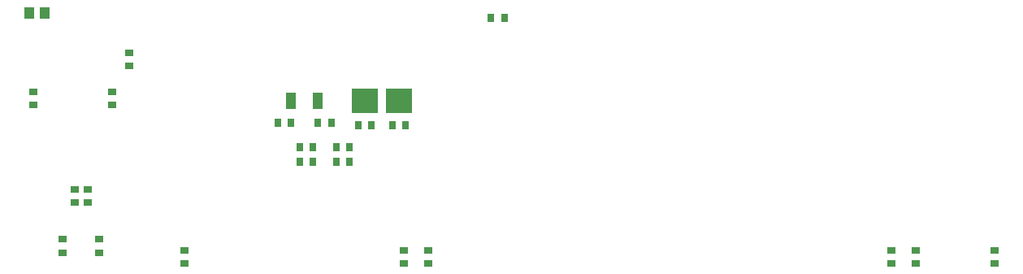
<source format=gbp>
%FSAX43Y43*%
%MOMM*%
G71*
G01*
G75*
G04 Layer_Color=128*
%ADD10R,2.200X2.200*%
%ADD11R,2.032X0.635*%
%ADD12R,1.524X0.508*%
%ADD13R,2.600X8.000*%
%ADD14R,0.800X0.900*%
%ADD15R,1.500X1.700*%
%ADD16R,0.508X1.500*%
%ADD17R,0.900X0.800*%
%ADD18R,0.300X1.200*%
%ADD19R,1.200X0.300*%
%ADD20R,2.540X1.016*%
%ADD21R,1.016X2.540*%
%ADD22R,1.200X1.400*%
%ADD23O,0.600X2.200*%
%ADD24O,0.300X1.800*%
%ADD25O,1.800X0.300*%
%ADD26C,0.508*%
%ADD27C,0.381*%
%ADD28C,0.254*%
%ADD29C,0.635*%
%ADD30C,0.762*%
%ADD31R,1.263X3.045*%
%ADD32R,2.794X2.667*%
%ADD33R,1.725X1.695*%
%ADD34R,2.874X2.980*%
%ADD35R,2.921X2.667*%
%ADD36R,1.270X3.048*%
%ADD37R,3.048X1.270*%
%ADD38R,2.794X3.302*%
%ADD39R,4.826X3.048*%
%ADD40R,3.048X4.826*%
%ADD41R,5.588X5.715*%
%ADD42R,1.143X1.016*%
%ADD43R,1.397X1.270*%
%ADD44R,5.334X5.461*%
%ADD45R,5.207X6.223*%
%ADD46R,1.397X4.445*%
%ADD47R,4.699X5.461*%
%ADD48R,0.353X0.241*%
%ADD49R,3.048X5.080*%
%ADD50R,0.586X1.571*%
%ADD51R,3.937X3.048*%
%ADD52R,4.699X2.413*%
%ADD53R,5.080X4.699*%
%ADD54R,2.032X2.349*%
%ADD55R,2.223X2.547*%
%ADD56R,2.449X2.272*%
%ADD57R,2.921X2.794*%
%ADD58R,5.969X6.350*%
%ADD59R,8.854X9.012*%
%ADD60R,4.572X4.572*%
%ADD61R,2.377X0.544*%
%ADD62R,1.905X0.508*%
%ADD63R,2.711X2.918*%
%ADD64R,1.397X1.524*%
%ADD65R,1.270X1.270*%
%ADD66R,1.778X1.524*%
%ADD67R,1.905X1.778*%
%ADD68R,2.032X2.009*%
%ADD69R,1.651X1.524*%
%ADD70R,3.937X3.937*%
%ADD71R,3.429X3.048*%
%ADD72R,2.794X2.794*%
%ADD73R,3.810X25.781*%
%ADD74R,9.779X2.159*%
%ADD75C,4.760*%
%ADD76R,1.690X1.690*%
%ADD77C,1.690*%
%ADD78C,0.762*%
%ADD79C,0.508*%
%ADD80C,1.524*%
%ADD81C,1.016*%
%ADD82R,2.000X2.000*%
%ADD83C,2.000*%
%ADD84R,1.500X1.500*%
%ADD85C,1.500*%
%ADD86C,1.778*%
%ADD87C,4.000*%
%ADD88C,1.270*%
%ADD89C,2.032*%
%ADD90C,1.600*%
%ADD91R,1.524X1.524*%
%ADD92C,3.556*%
%ADD93C,3.810*%
%ADD94R,1.500X1.500*%
%ADD95C,3.000*%
%ADD96R,2.794X2.540*%
%ADD97R,1.000X1.300*%
%ADD98R,1.000X1.800*%
%ADD99R,1.397X1.397*%
%ADD100R,3.048X2.667*%
%ADD101R,2.667X2.794*%
%ADD102R,0.164X0.331*%
%ADD103R,0.210X0.140*%
%ADD104R,0.210X0.331*%
%ADD105R,0.374X0.725*%
%ADD106R,1.016X1.524*%
%ADD107R,1.270X1.397*%
%ADD108R,4.953X5.080*%
%ADD109R,5.461X5.715*%
%ADD110R,2.159X0.889*%
%ADD111R,3.040X2.506*%
%ADD112R,2.921X3.175*%
%ADD113R,4.826X4.699*%
%ADD114R,5.080X5.080*%
%ADD115R,2.413X2.223*%
%ADD116R,2.603X2.675*%
%ADD117R,2.540X3.048*%
%ADD118R,6.350X6.223*%
%ADD119R,2.667X2.667*%
%ADD120R,5.715X6.350*%
%ADD121R,5.207X3.429*%
%ADD122R,13.843X6.858*%
%ADD123R,4.953X4.953*%
%ADD124R,1.397X1.651*%
%ADD125R,1.905X1.651*%
%ADD126R,3.937X3.683*%
%ADD127R,9.525X2.159*%
%ADD128C,0.200*%
%ADD129C,0.250*%
%ADD130C,0.127*%
%ADD131C,0.600*%
%ADD132C,0.150*%
%ADD133R,2.235X0.838*%
%ADD134R,1.727X0.711*%
%ADD135R,2.803X8.203*%
%ADD136R,1.003X1.103*%
%ADD137R,1.703X1.903*%
%ADD138R,0.711X1.703*%
%ADD139R,1.103X1.003*%
%ADD140R,0.503X1.403*%
%ADD141R,1.403X0.503*%
%ADD142R,2.743X1.219*%
%ADD143R,1.219X2.743*%
%ADD144R,1.403X1.603*%
%ADD145O,0.803X2.403*%
%ADD146O,0.503X2.003*%
%ADD147O,2.003X0.503*%
%ADD148C,4.963*%
%ADD149R,1.893X1.893*%
%ADD150C,1.893*%
%ADD151C,0.965*%
%ADD152C,0.711*%
%ADD153C,1.727*%
%ADD154C,1.219*%
%ADD155R,2.203X2.203*%
%ADD156C,2.203*%
%ADD157R,1.703X1.703*%
%ADD158C,1.703*%
%ADD159C,1.981*%
%ADD160C,4.203*%
%ADD161C,1.473*%
%ADD162C,2.235*%
%ADD163C,0.203*%
%ADD164C,1.803*%
%ADD165R,1.727X1.727*%
%ADD166C,3.759*%
%ADD167C,4.013*%
%ADD168R,1.703X1.703*%
%ADD169C,3.203*%
%ADD170R,2.997X2.743*%
%ADD171R,1.203X1.503*%
%ADD172R,1.203X2.003*%
D14*
X0088965Y0075819D02*
D03*
X0087565D02*
D03*
X0088965Y0074295D02*
D03*
X0087565D02*
D03*
X0091251Y0078105D02*
D03*
X0089851D02*
D03*
X0093407Y0078105D02*
D03*
X0094807D02*
D03*
X0085660Y0078359D02*
D03*
X0087060D02*
D03*
X0082869Y0078359D02*
D03*
X0081469D02*
D03*
X0083755Y0074295D02*
D03*
X0085155D02*
D03*
X0083755Y0075819D02*
D03*
X0085155D02*
D03*
X0105094Y0089281D02*
D03*
X0103694D02*
D03*
D17*
X0071755Y0063689D02*
D03*
Y0065089D02*
D03*
X0094615Y0063689D02*
D03*
Y0065089D02*
D03*
X0097155Y0063689D02*
D03*
Y0065089D02*
D03*
X0156210Y0063689D02*
D03*
Y0065089D02*
D03*
X0145415Y0063689D02*
D03*
Y0065089D02*
D03*
X0147955Y0063689D02*
D03*
Y0065089D02*
D03*
X0060325Y0071439D02*
D03*
Y0070039D02*
D03*
X0061722Y0071439D02*
D03*
Y0070039D02*
D03*
X0059055Y0066232D02*
D03*
Y0064832D02*
D03*
X0062865Y0066232D02*
D03*
Y0064832D02*
D03*
X0066040Y0084263D02*
D03*
Y0085663D02*
D03*
X0056007Y0081599D02*
D03*
Y0080199D02*
D03*
X0064262Y0081599D02*
D03*
Y0080199D02*
D03*
D96*
X0090551Y0080645D02*
D03*
X0094107D02*
D03*
D97*
X0057188Y0089789D02*
D03*
X0055588D02*
D03*
D98*
X0085649Y0080670D02*
D03*
X0082855Y0080665D02*
D03*
M02*

</source>
